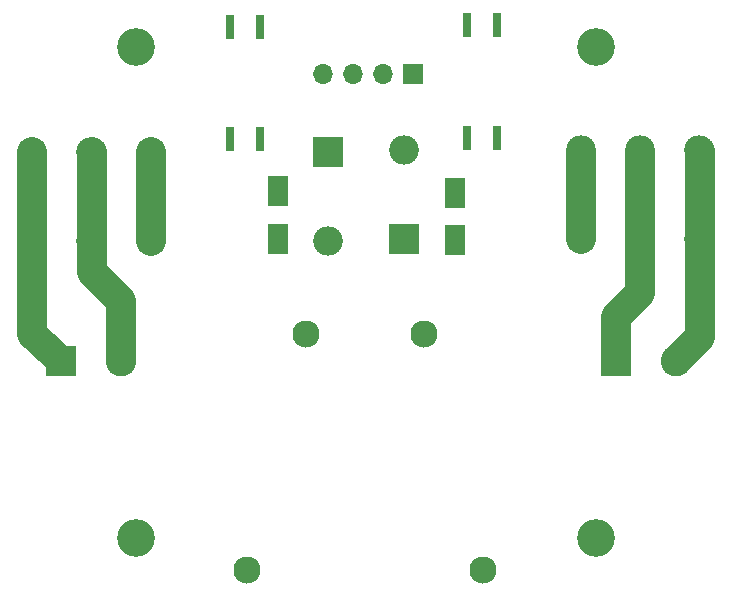
<source format=gbr>
%TF.GenerationSoftware,KiCad,Pcbnew,(5.1.7)-1*%
%TF.CreationDate,2021-02-24T18:30:15+01:00*%
%TF.ProjectId,Temperature-controller-with-ESP8266,54656d70-6572-4617-9475-72652d636f6e,rev?*%
%TF.SameCoordinates,Original*%
%TF.FileFunction,Soldermask,Bot*%
%TF.FilePolarity,Negative*%
%FSLAX46Y46*%
G04 Gerber Fmt 4.6, Leading zero omitted, Abs format (unit mm)*
G04 Created by KiCad (PCBNEW (5.1.7)-1) date 2021-02-24 18:30:15*
%MOMM*%
%LPD*%
G01*
G04 APERTURE LIST*
%ADD10C,2.500000*%
%ADD11R,0.640000X2.000000*%
%ADD12R,2.500000X2.500000*%
%ADD13O,2.500000X2.500000*%
%ADD14R,1.800000X2.500000*%
%ADD15R,1.700000X1.700000*%
%ADD16O,1.700000X1.700000*%
%ADD17C,3.200000*%
%ADD18C,2.600000*%
%ADD19R,2.600000X2.600000*%
%ADD20C,2.300000*%
G04 APERTURE END LIST*
D10*
X126873000Y-72136000D02*
X124460000Y-69850000D01*
X131953000Y-67056000D02*
X129540000Y-64643000D01*
X131953000Y-72136000D02*
X131953000Y-67056000D01*
X173863000Y-68453000D02*
X175895000Y-66421000D01*
X173863000Y-72136000D02*
X173863000Y-68453000D01*
X178943000Y-72136000D02*
X180975000Y-70104000D01*
X180975000Y-54356000D02*
X180975000Y-70104000D01*
X175895000Y-54356000D02*
X175895000Y-66421000D01*
X170942000Y-54356000D02*
X170942000Y-61849000D01*
X124460000Y-54483000D02*
X124460000Y-69850000D01*
X129540000Y-54483000D02*
X129540000Y-64643000D01*
X134493000Y-54483000D02*
X134493000Y-61976000D01*
D11*
%TO.C,U4*%
X161290000Y-53264000D03*
X163830000Y-53264000D03*
X163830000Y-43764000D03*
X161290000Y-43764000D03*
%TD*%
D12*
%TO.C,RL2*%
X149479000Y-54483000D03*
D13*
X134479000Y-54483000D03*
X129479000Y-54483000D03*
X124479000Y-54483000D03*
X124479000Y-61983000D03*
X129479000Y-61983000D03*
X134479000Y-61983000D03*
X149479000Y-61983000D03*
%TD*%
%TO.C,RL1*%
X155956000Y-54349000D03*
X170956000Y-54349000D03*
X175956000Y-54349000D03*
X180956000Y-54349000D03*
X180956000Y-61849000D03*
X175956000Y-61849000D03*
X170956000Y-61849000D03*
D12*
X155956000Y-61849000D03*
%TD*%
D14*
%TO.C,D3*%
X160274000Y-57944000D03*
X160274000Y-61944000D03*
%TD*%
D15*
%TO.C,J3*%
X156718000Y-47879000D03*
D16*
X154178000Y-47879000D03*
X151638000Y-47879000D03*
X149098000Y-47879000D03*
%TD*%
D17*
%TO.C,H5*%
X133223000Y-45593000D03*
%TD*%
%TO.C,H6*%
X172212000Y-45593000D03*
%TD*%
%TO.C,H7*%
X133223000Y-87122000D03*
%TD*%
%TO.C,H8*%
X172212000Y-87122000D03*
%TD*%
D14*
%TO.C,D4*%
X145288000Y-61817000D03*
X145288000Y-57817000D03*
%TD*%
D11*
%TO.C,U3*%
X141224000Y-43891000D03*
X143764000Y-43891000D03*
X143764000Y-53391000D03*
X141224000Y-53391000D03*
%TD*%
D18*
%TO.C,J7*%
X131953000Y-72136000D03*
D19*
X126873000Y-72136000D03*
%TD*%
%TO.C,J8*%
X173863000Y-72136000D03*
D18*
X178943000Y-72136000D03*
%TD*%
D20*
%TO.C,PS1*%
X147654000Y-69883000D03*
X142654000Y-89883000D03*
X162654000Y-89883000D03*
X157654000Y-69883000D03*
%TD*%
M02*

</source>
